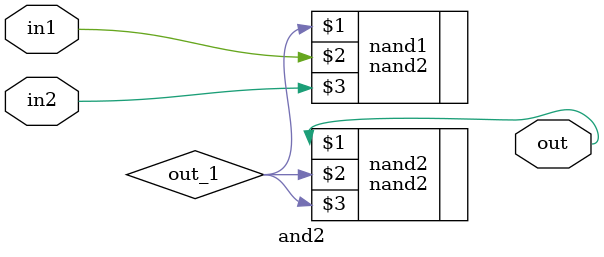
<source format=v>
module and2(out, in1, in2);

output out;
input in1;
input in2;

wire out_1;

nand2 nand1(out_1, in1, in2);
nand2 nand2(out, out_1, out_1);

endmodule
</source>
